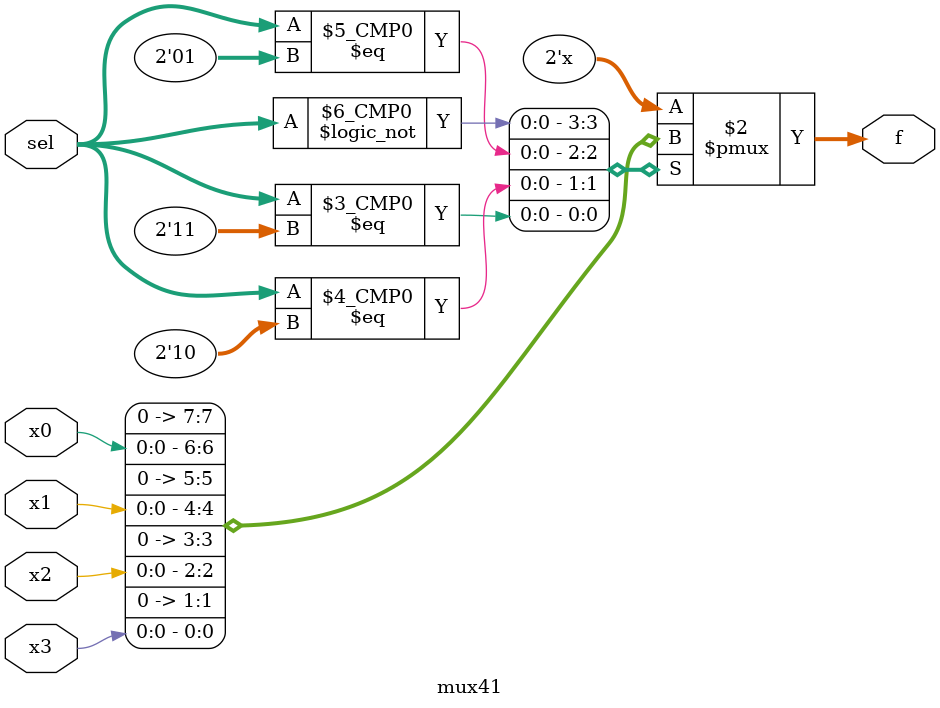
<source format=v>
module mux41(
    input [1:0] sel,
    input  x0,x1,x2,x3,
    output reg [1:0] f
);
always@(*)begin
    case(sel)
    2'b00:f=x0;
    2'b01:f=x1;
    2'b10:f=x2;
    2'b11:f=x3;
    default:f=x0;
    endcase
end
endmodule

</source>
